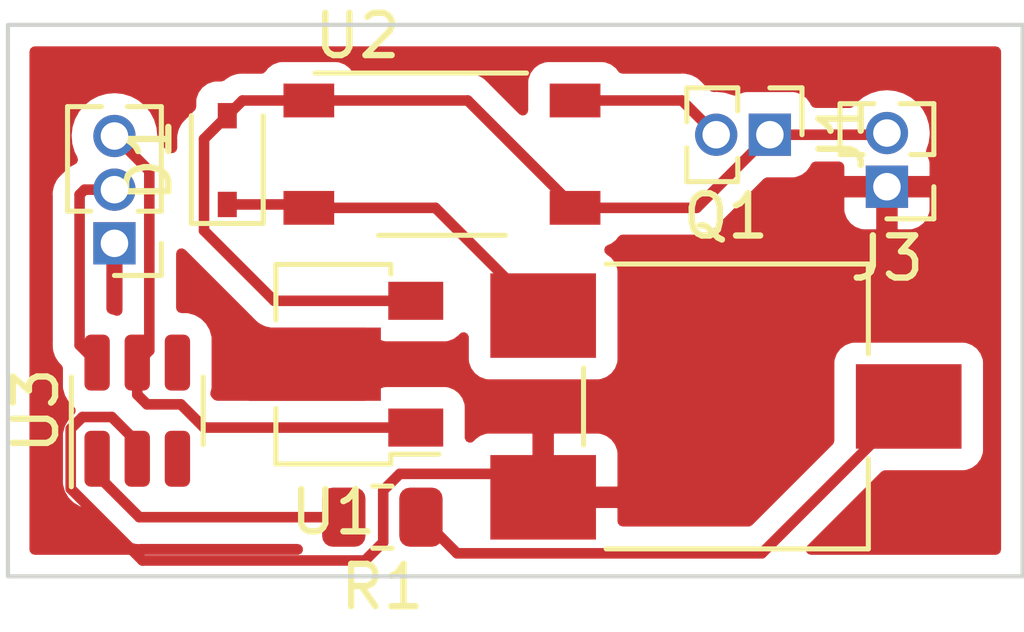
<source format=kicad_pcb>
(kicad_pcb (version 20211014) (generator pcbnew)
  (layers (0 "F.Cu" signal) (31 "B.Cu" signal) (34 "B.Paste" user) (35 "F.Paste" user) (36 "B.SilkS" user "B.Silkscreen") (37 "F.SilkS" user "F.Silkscreen") (38 "B.Mask" user) (39 "F.Mask" user) (44 "Edge.Cuts" user))
  (net 0 "")
  (net 1 "Net-(D1-Pad1)")
  (net 2 "+9V")
  (net 3 "GND")
  (net 4 "Net-(Q1-Pad2)")
  (net 5 "/+5V")
  (net 6 "Bulb_Supply")
  (net 9 "D_mouvement")
  (net 10 "Net-(U3-Pad1)")
  (footprint "Diode_SMD:D_SOD-323" (layer "F.Cu") (at 132.19 60.17 90)
    (fp_text reference "D1" (at 0 -1.85 90) (layer "F.SilkS"))
    (fp_text value " ")
    (fp_line (start -1.5 0.85) (end 1.05 0.85) (layer "F.SilkS") (width 0.12))
    (fp_line (start -1.5 -0.85) (end 1.05 -0.85) (layer "F.SilkS") (width 0.12))
    (fp_line (start -1.5 -0.85) (end -1.5 0.85) (layer "F.SilkS") (width 0.12))
    (pad "1" smd rect (at -1.05 0 90) (size 0.6 0.45) (layers "F.Cu" "F.Paste" "F.Mask") (net 1 "Net-(D1-Pad1)"))
    (pad "2" smd rect (at 1.05 0 90) (size 0.6 0.45) (layers "F.Cu" "F.Paste" "F.Mask") (net 2 "+9V"))
  )
  (footprint "Connector_PinHeader_1.27mm:PinHeader_1x02_P1.27mm_Vertical" (layer "F.Cu") (at 147.8 60.8 180)
    (fp_text reference "J3" (at 0 -1.695) (layer "F.SilkS"))
    (fp_text value " ")
    (fp_line (start -1.11 0) (end -1.11 -0.76) (layer "F.SilkS") (width 0.12))
    (fp_line (start -1.11 -0.76) (end 0 -0.76) (layer "F.SilkS") (width 0.12))
    (fp_line (start -1.11 1.965) (end -0.30753 1.965) (layer "F.SilkS") (width 0.12))
    (fp_line (start 0.563471 0.76) (end 1.11 0.76) (layer "F.SilkS") (width 0.12))
    (fp_line (start 1.11 0.76) (end 1.11 1.965) (layer "F.SilkS") (width 0.12))
    (fp_line (start -1.11 0.76) (end -1.11 1.965) (layer "F.SilkS") (width 0.12))
    (fp_line (start 0.30753 1.965) (end 1.11 1.965) (layer "F.SilkS") (width 0.12))
    (fp_line (start -1.11 0.76) (end -0.563471 0.76) (layer "F.SilkS") (width 0.12))
    (pad "1" thru_hole rect (at 0 0 180) (size 1 1) (drill 0.65) (layers *.Cu *.Mask) (net 3 "GND"))
    (pad "2" thru_hole oval (at 0 1.27 180) (size 1 1) (drill 0.65) (layers *.Cu *.Mask) (net 2 "+9V"))
  )
  (footprint "Package_TO_SOT_SMD:SOT-89-3" (layer "F.Cu") (at 135 65 180)
    (fp_text reference "U1" (at 0.3 -3.5) (layer "F.SilkS"))
    (fp_text value " ")
    (fp_line (start -2.2 -2.13) (end -1.06 -2.13) (layer "F.SilkS") (width 0.12))
    (fp_line (start 1.66 -2.36) (end 1.66 -1.05) (layer "F.SilkS") (width 0.12))
    (fp_line (start -1.06 -2.36) (end -1.06 -2.13) (layer "F.SilkS") (width 0.12))
    (fp_line (start -1.06 2.36) (end -1.06 2.13) (layer "F.SilkS") (width 0.12))
    (fp_line (start 1.66 2.36) (end -1.06 2.36) (layer "F.SilkS") (width 0.12))
    (fp_line (start 1.66 1.05) (end 1.66 2.36) (layer "F.SilkS") (width 0.12))
    (fp_line (start -1.06 -2.36) (end 1.66 -2.36) (layer "F.SilkS") (width 0.12))
    (pad "1" smd rect (at -1.65 -1.5 180) (size 1.3 0.9) (layers "F.Cu" "F.Paste" "F.Mask") (net 5 "/+5V"))
    (pad "2" smd custom (at -1.5625 0 180) (size 1.475 0.9) (layers "F.Cu" "F.Paste" "F.Mask") (net 3 "GND") (options (clearance outline) (anchor rect)) (primitives (gr_poly (pts (xy 3.8625 0.8665) (xy 0.7375 0.8665) (xy 0.7375 -0.8665) (xy 3.8625 -0.8665)) (width 0) (fill yes))))
    (pad "3" smd rect (at -1.65 1.5 180) (size 1.3 0.9) (layers "F.Cu" "F.Paste" "F.Mask") (net 2 "+9V"))
  )
  (footprint "Package_TO_SOT_SMD:SOT-23-6" (layer "F.Cu") (at 130.06 66.1 90)
    (fp_text reference "U3" (at 0 -2.4 90) (layer "F.SilkS"))
    (fp_text value " ")
    (fp_line (start 0 1.56) (end -0.8 1.56) (layer "F.SilkS") (width 0.12))
    (fp_line (start 0 1.56) (end 0.8 1.56) (layer "F.SilkS") (width 0.12))
    (fp_line (start 0 -1.56) (end 0.8 -1.56) (layer "F.SilkS") (width 0.12))
    (fp_line (start 0 -1.56) (end -1.8 -1.56) (layer "F.SilkS") (width 0.12))
    (pad "1" smd roundrect (at -1.1375 -0.95 90) (size 1.325 0.6) (layers "F.Cu" "F.Paste" "F.Mask") (net 10 "Net-(U3-Pad1)"))
    (pad "2" smd roundrect (at -1.1375 0 90) (size 1.325 0.6) (layers "F.Cu" "F.Paste" "F.Mask") (net 3 "GND"))
    (pad "3" smd roundrect (at -1.1375 0.95 90) (size 1.325 0.6) (layers "F.Cu" "F.Paste" "F.Mask"))
    (pad "4" smd roundrect (at 1.1375 0.95 90) (size 1.325 0.6) (layers "F.Cu" "F.Paste" "F.Mask"))
    (pad "5" smd roundrect (at 1.1375 0 90) (size 1.325 0.6) (layers "F.Cu" "F.Paste" "F.Mask") (net 5 "/+5V"))
    (pad "6" smd roundrect (at 1.1375 -0.95 90) (size 1.325 0.6) (layers "F.Cu" "F.Paste" "F.Mask") (net 9 "D_mouvement"))
  )
  (footprint "Connector_PinHeader_1.27mm:PinHeader_1x02_P1.27mm_Vertical" (layer "F.Cu") (at 145.03 59.57 -90)
    (fp_text reference "J1" (at 0 -1.695 90) (layer "F.SilkS"))
    (fp_text value " ")
    (fp_line (start -1.11 0) (end -1.11 -0.76) (layer "F.SilkS") (width 0.12))
    (fp_line (start -1.11 -0.76) (end 0 -0.76) (layer "F.SilkS") (width 0.12))
    (fp_line (start -1.11 0.76) (end -1.11 1.965) (layer "F.SilkS") (width 0.12))
    (fp_line (start -1.11 0.76) (end -0.563471 0.76) (layer "F.SilkS") (width 0.12))
    (fp_line (start 0.563471 0.76) (end 1.11 0.76) (layer "F.SilkS") (width 0.12))
    (fp_line (start -1.11 1.965) (end -0.30753 1.965) (layer "F.SilkS") (width 0.12))
    (fp_line (start 0.30753 1.965) (end 1.11 1.965) (layer "F.SilkS") (width 0.12))
    (fp_line (start 1.11 0.76) (end 1.11 1.965) (layer "F.SilkS") (width 0.12))
    (pad "1" thru_hole rect (at 0 0 270) (size 1 1) (drill 0.65) (layers *.Cu *.Mask) (net 2 "+9V"))
    (pad "2" thru_hole oval (at 0 1.27 270) (size 1 1) (drill 0.65) (layers *.Cu *.Mask) (net 6 "Bulb_Supply"))
  )
  (footprint "Potentiometer_SMD:Potentiometer_ACP_CA6-VSMD_Vertical" (layer "F.Cu") (at 143.99 66)
    (fp_text reference "Q1" (at 0 -4.5) (layer "F.SilkS"))
    (fp_text value " ")
    (fp_line (start 3.37 1.24) (end 3.37 3.37) (layer "F.SilkS") (width 0.12))
    (fp_line (start -2.834 3.37) (end 3.37 3.37) (layer "F.SilkS") (width 0.12))
    (fp_line (start -3.37 -0.909) (end -3.37 0.91) (layer "F.SilkS") (width 0.12))
    (fp_line (start -2.834 -3.371) (end 3.37 -3.371) (layer "F.SilkS") (width 0.12))
    (fp_line (start 3.37 -3.371) (end 3.37 -1.24) (layer "F.SilkS") (width 0.12))
    (pad "1" smd rect (at -4.325 2.15) (size 2.5 2) (layers "F.Cu" "F.Paste" "F.Mask") (net 3 "GND"))
    (pad "2" smd rect (at 4.325 0) (size 2.5 2) (layers "F.Cu" "F.Paste" "F.Mask") (net 4 "Net-(Q1-Pad2)"))
    (pad "3" smd rect (at -4.325 -2.15) (size 2.5 2) (layers "F.Cu" "F.Paste" "F.Mask") (net 1 "Net-(D1-Pad1)"))
  )
  (footprint "Resistor_SMD:R_0805_2012Metric" (layer "F.Cu") (at 135.86 68.62 180)
    (fp_text reference "R1" (at 0 -1.65) (layer "F.SilkS"))
    (fp_text value " ")
    (fp_line (start -0.227064 -0.735) (end 0.227064 -0.735) (layer "F.SilkS") (width 0.12))
    (fp_line (start -0.227064 0.735) (end 0.227064 0.735) (layer "F.SilkS") (width 0.12))
    (pad "1" smd roundrect (at -0.9125 0 180) (size 1.025 1.4) (layers "F.Cu" "F.Paste" "F.Mask") (roundrect_rratio 0.243902) (net 4 "Net-(Q1-Pad2)"))
    (pad "2" smd roundrect (at 0.9125 0 180) (size 1.025 1.4) (layers "F.Cu" "F.Paste" "F.Mask") (roundrect_rratio 0.243902) (net 10 "Net-(U3-Pad1)"))
  )
  (footprint "Connector_PinHeader_1.27mm:PinHeader_1x03_P1.27mm_Vertical" (layer "F.Cu") (at 129.52 62.14 180)
    (fp_text reference " " (at 0 -1.695) (layer "F.SilkS"))
    (fp_text value " *")
    (fp_line (start -1.11 -0.76) (end 0 -0.76) (layer "F.SilkS") (width 0.12))
    (fp_line (start -1.11 0.76) (end -0.563471 0.76) (layer "F.SilkS") (width 0.12))
    (fp_line (start -1.11 0.76) (end -1.11 3.235) (layer "F.SilkS") (width 0.12))
    (fp_line (start 1.11 0.76) (end 1.11 3.235) (layer "F.SilkS") (width 0.12))
    (fp_line (start -1.11 0) (end -1.11 -0.76) (layer "F.SilkS") (width 0.12))
    (fp_line (start -1.11 3.235) (end -0.30753 3.235) (layer "F.SilkS") (width 0.12))
    (fp_line (start 0.30753 3.235) (end 1.11 3.235) (layer "F.SilkS") (width 0.12))
    (fp_line (start 0.563471 0.76) (end 1.11 0.76) (layer "F.SilkS") (width 0.12))
    (pad "1" thru_hole rect (at 0 0 180) (size 1 1) (drill 0.65) (layers *.Cu *.Mask) (net 3 "GND"))
    (pad "2" thru_hole oval (at 0 1.27 180) (size 1 1) (drill 0.65) (layers *.Cu *.Mask) (net 9 "D_mouvement"))
    (pad "3" thru_hole oval (at 0 2.54 180) (size 1 1) (drill 0.65) (layers *.Cu *.Mask) (net 5 "/+5V"))
  )
  (footprint "Package_SO:MFSOP6-4_4.4x3.6mm_P1.27mm" (layer "F.Cu") (at 137.27 60.03)
    (fp_text reference "U2" (at -2 -2.8) (layer "F.SilkS"))
    (fp_text value "TLP175A")
    (fp_line (start 1.5 1.92) (end -1.5 1.92) (layer "F.SilkS") (width 0.12))
    (fp_line (start -3 -1.92) (end 2 -1.92) (layer "F.SilkS") (width 0.12))
    (pad "1" smd rect (at -3.15 -1.27) (size 1.2 0.8) (layers "F.Cu" "F.Paste" "F.Mask") (net 2 "+9V"))
    (pad "3" smd rect (at -3.15 1.27) (size 1.2 0.8) (layers "F.Cu" "F.Paste" "F.Mask") (net 1 "Net-(D1-Pad1)"))
    (pad "4" smd rect (at 3.15 1.27) (size 1.2 0.8) (layers "F.Cu" "F.Paste" "F.Mask") (net 2 "+9V"))
    (pad "6" smd rect (at 3.15 -1.27) (size 1.2 0.8) (layers "F.Cu" "F.Paste" "F.Mask") (net 6 "Bulb_Supply"))
  )
  (gr_rect (start 127 56.97) (end 151.01 70.02) (layer "Edge.Cuts") (width 0.1) (fill none))
  (segment (start 134.12 61.3) (end 137.115 61.3) (width 0.25) (layer "F.Cu") (net 1))
  (segment (start 134.04 61.22) (end 134.12 61.3) (width 0.25) (layer "F.Cu") (net 1))
  (segment (start 132.19 61.22) (end 134.04 61.22) (width 0.25) (layer "F.Cu") (net 1))
  (segment (start 137.115 61.3) (end 139.665 63.85) (width 0.25) (layer "F.Cu") (net 1))
  (segment (start 132.55 58.76) (end 132.19 59.12) (width 0.25) (layer "F.Cu") (net 2))
  (segment (start 147.76 59.57) (end 147.8 59.53) (width 0.25) (layer "F.Cu") (net 2))
  (segment (start 137.88 58.76) (end 140.42 61.3) (width 0.25) (layer "F.Cu") (net 2))
  (segment (start 134.12 58.76) (end 137.88 58.76) (width 0.25) (layer "F.Cu") (net 2))
  (segment (start 131.64 61.84) (end 133.3 63.5) (width 0.25) (layer "F.Cu") (net 2))
  (segment (start 145.03 59.57) (end 147.76 59.57) (width 0.25) (layer "F.Cu") (net 2))
  (segment (start 132.19 59.12) (end 131.64 59.67) (width 0.25) (layer "F.Cu") (net 2))
  (segment (start 133.3 63.5) (end 136.65 63.5) (width 0.25) (layer "F.Cu") (net 2))
  (segment (start 134.12 58.76) (end 132.55 58.76) (width 0.25) (layer "F.Cu") (net 2))
  (segment (start 143.3 61.3) (end 145.03 59.57) (width 0.25) (layer "F.Cu") (net 2))
  (segment (start 131.64 59.67) (end 131.64 61.84) (width 0.25) (layer "F.Cu") (net 2))
  (segment (start 140.42 61.3) (end 143.3 61.3) (width 0.25) (layer "F.Cu") (net 2))
  (segment (start 135.88 67.986827) (end 136.271827 67.595) (width 0.25) (layer "F.Cu") (net 3))
  (segment (start 128.485 66.528249) (end 128.485 67.946751) (width 0.25) (layer "F.Cu") (net 3))
  (segment (start 130.06 66.853249) (end 129.456751 66.25) (width 0.25) (layer "F.Cu") (net 3))
  (segment (start 128.485 67.946751) (end 130.183249 69.645) (width 0.25) (layer "F.Cu") (net 3))
  (segment (start 129.456751 66.25) (end 128.763249 66.25) (width 0.25) (layer "F.Cu") (net 3))
  (segment (start 130.06 67.2375) (end 130.06 66.853249) (width 0.25) (layer "F.Cu") (net 3))
  (segment (start 130.183249 69.645) (end 135.448173 69.645) (width 0.25) (layer "F.Cu") (net 3))
  (segment (start 135.88 69.213173) (end 135.88 67.986827) (width 0.25) (layer "F.Cu") (net 3))
  (segment (start 135.448173 69.645) (end 135.88 69.213173) (width 0.25) (layer "F.Cu") (net 3))
  (segment (start 136.271827 67.595) (end 139.11 67.595) (width 0.25) (layer "F.Cu") (net 3))
  (segment (start 128.763249 66.25) (end 128.485 66.528249) (width 0.25) (layer "F.Cu") (net 3))
  (segment (start 139.11 67.595) (end 139.665 68.15) (width 0.25) (layer "F.Cu") (net 3))
  (segment (start 148.315 66) (end 144.84 69.475) (width 0.25) (layer "F.Cu") (net 4))
  (segment (start 136.7725 68.62) (end 136.7725 68.1425) (width 0.25) (layer "F.Cu") (net 4))
  (segment (start 144.84 69.475) (end 137.6275 69.475) (width 0.25) (layer "F.Cu") (net 4))
  (segment (start 137.6275 69.475) (end 136.7725 68.62) (width 0.25) (layer "F.Cu") (net 4))
  (segment (start 131.09 65.95) (end 130.29 65.95) (width 0.25) (layer "F.Cu") (net 5))
  (segment (start 130.345 60.425) (end 129.52 59.6) (width 0.25) (layer "F.Cu") (net 5))
  (segment (start 130.06 65.72) (end 130.06 64.9625) (width 0.25) (layer "F.Cu") (net 5))
  (segment (start 130.29 65.95) (end 130.06 65.72) (width 0.25) (layer "F.Cu") (net 5))
  (segment (start 130.06 64.9625) (end 130.345 64.6775) (width 0.25) (layer "F.Cu") (net 5))
  (segment (start 136.65 66.5) (end 131.64 66.5) (width 0.25) (layer "F.Cu") (net 5))
  (segment (start 131.64 66.5) (end 131.09 65.95) (width 0.25) (layer "F.Cu") (net 5))
  (segment (start 130.345 64.6775) (end 130.345 60.425) (width 0.25) (layer "F.Cu") (net 5))
  (segment (start 142.95 58.76) (end 143.76 59.57) (width 0.25) (layer "F.Cu") (net 6))
  (segment (start 140.42 58.76) (end 142.95 58.76) (width 0.25) (layer "F.Cu") (net 6))
  (segment (start 128.695 60.987894) (end 128.812894 60.87) (width 0.25) (layer "F.Cu") (net 9))
  (segment (start 128.812894 60.87) (end 129.52 60.87) (width 0.25) (layer "F.Cu") (net 9))
  (segment (start 129.11 64.9625) (end 128.695 64.5475) (width 0.25) (layer "F.Cu") (net 9))
  (segment (start 128.695 64.5475) (end 128.695 60.987894) (width 0.25) (layer "F.Cu") (net 9))
  (segment (start 130.108249 68.62) (end 129.11 67.621751) (width 0.25) (layer "F.Cu") (net 10))
  (segment (start 129.11 67.621751) (end 129.11 67.2375) (width 0.25) (layer "F.Cu") (net 10))
  (segment (start 134.9475 68.62) (end 130.108249 68.62) (width 0.25) (layer "F.Cu") (net 10))
  (zone (net 3) (net_name "GND") (layer "F.Cu") (connect_pads (clearance 0.508)) (min_thickness 0.254) (fill yes (thermal_gap 0.508) (thermal_bridge_width 0.508))
    (polygon (pts (xy 150.99 70.02) (xy 126.96 70) (xy 126.97 57.02) (xy 127.03 57.03) (xy 127.08 57.02) (xy 127.01 57) (xy 150.97 57)))
  )
)
</source>
